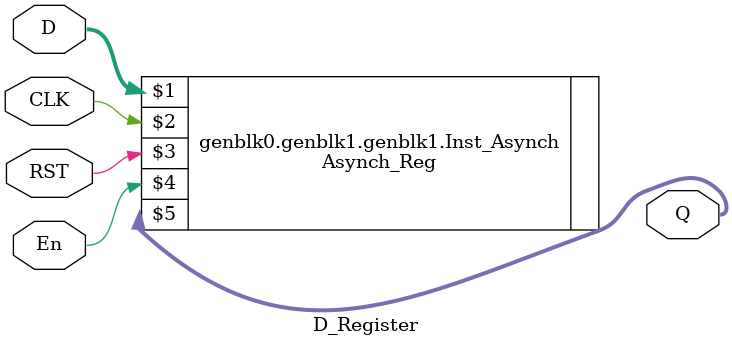
<source format=v>
`timescale 1ns / 1ps
module D_Register #(parameter  N=18, RSTTYPE = "ASYNCH")(
    input [N-1:0]D,
    input CLK,
    input RST,En,
    output [N-1:0]Q
    );
   
   generate
     begin
        if(RSTTYPE == "SYNCH")
            Synch_Reg #(.N(N)) Inst_Synch(D,CLK,RST,En,Q);
        else if(RSTTYPE == "ASYNCH")
            Asynch_Reg #(.N(N)) Inst_Asynch(D,CLK,RST,En,Q);
     end
   endgenerate
endmodule

</source>
